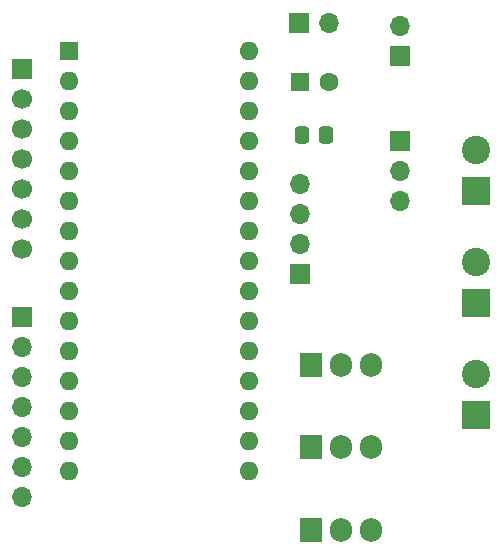
<source format=gbr>
%TF.GenerationSoftware,KiCad,Pcbnew,9.0.1*%
%TF.CreationDate,2025-04-18T16:01:06+02:00*%
%TF.ProjectId,K-Pillar,4b2d5069-6c6c-4617-922e-6b696361645f,rev?*%
%TF.SameCoordinates,Original*%
%TF.FileFunction,Soldermask,Top*%
%TF.FilePolarity,Negative*%
%FSLAX46Y46*%
G04 Gerber Fmt 4.6, Leading zero omitted, Abs format (unit mm)*
G04 Created by KiCad (PCBNEW 9.0.1) date 2025-04-18 16:01:06*
%MOMM*%
%LPD*%
G01*
G04 APERTURE LIST*
G04 Aperture macros list*
%AMRoundRect*
0 Rectangle with rounded corners*
0 $1 Rounding radius*
0 $2 $3 $4 $5 $6 $7 $8 $9 X,Y pos of 4 corners*
0 Add a 4 corners polygon primitive as box body*
4,1,4,$2,$3,$4,$5,$6,$7,$8,$9,$2,$3,0*
0 Add four circle primitives for the rounded corners*
1,1,$1+$1,$2,$3*
1,1,$1+$1,$4,$5*
1,1,$1+$1,$6,$7*
1,1,$1+$1,$8,$9*
0 Add four rect primitives between the rounded corners*
20,1,$1+$1,$2,$3,$4,$5,0*
20,1,$1+$1,$4,$5,$6,$7,0*
20,1,$1+$1,$6,$7,$8,$9,0*
20,1,$1+$1,$8,$9,$2,$3,0*%
G04 Aperture macros list end*
%ADD10O,1.905000X2.000000*%
%ADD11R,1.905000X2.000000*%
%ADD12R,1.700000X1.700000*%
%ADD13O,1.700000X1.700000*%
%ADD14C,1.700000*%
%ADD15RoundRect,0.250000X0.337500X0.475000X-0.337500X0.475000X-0.337500X-0.475000X0.337500X-0.475000X0*%
%ADD16R,2.400000X2.400000*%
%ADD17C,2.400000*%
%ADD18R,1.600000X1.600000*%
%ADD19O,1.600000X1.600000*%
%ADD20C,1.600000*%
G04 APERTURE END LIST*
D10*
%TO.C,Q1*%
X57040000Y-66445000D03*
X54500000Y-66445000D03*
D11*
X51960000Y-66445000D03*
%TD*%
D12*
%TO.C,J1*%
X51000000Y-44800000D03*
D13*
X51000000Y-42260000D03*
X51000000Y-39720000D03*
X51000000Y-37180000D03*
%TD*%
D12*
%TO.C,J4*%
X27500000Y-27380000D03*
D14*
X27500000Y-29920000D03*
X27500000Y-32460000D03*
X27500000Y-35000000D03*
X27500000Y-37540000D03*
X27500000Y-40080000D03*
X27500000Y-42620000D03*
%TD*%
D12*
%TO.C,J2*%
X27500000Y-48420000D03*
D13*
X27500000Y-50960000D03*
X27500000Y-53500000D03*
X27500000Y-56040000D03*
X27500000Y-58580000D03*
X27500000Y-61120000D03*
X27500000Y-63660000D03*
%TD*%
D15*
%TO.C,C1*%
X53277500Y-33040000D03*
X51202500Y-33040000D03*
%TD*%
D12*
%TO.C,12V1*%
X59500000Y-26275000D03*
D13*
X59500000Y-23735000D03*
%TD*%
D16*
%TO.C,M1*%
X65900000Y-56750000D03*
D17*
X65900000Y-53250000D03*
%TD*%
D16*
%TO.C,M3*%
X65900000Y-37750000D03*
D17*
X65900000Y-34250000D03*
%TD*%
D11*
%TO.C,Q2*%
X51960000Y-59445000D03*
D10*
X54500000Y-59445000D03*
X57040000Y-59445000D03*
%TD*%
D18*
%TO.C,A1*%
X31500000Y-25920000D03*
D19*
X31500000Y-28460000D03*
X31500000Y-31000000D03*
X31500000Y-33540000D03*
X31500000Y-36080000D03*
X31500000Y-38620000D03*
X31500000Y-41160000D03*
X31500000Y-43700000D03*
X31500000Y-46240000D03*
X31500000Y-48780000D03*
X31500000Y-51320000D03*
X31500000Y-53860000D03*
X31500000Y-56400000D03*
X31500000Y-58940000D03*
X31500000Y-61480000D03*
X46740000Y-61480000D03*
X46740000Y-58940000D03*
X46740000Y-56400000D03*
X46740000Y-53860000D03*
X46740000Y-51320000D03*
X46740000Y-48780000D03*
X46740000Y-46240000D03*
X46740000Y-43700000D03*
X46740000Y-41160000D03*
X46740000Y-38620000D03*
X46740000Y-36080000D03*
X46740000Y-33540000D03*
X46740000Y-31000000D03*
X46740000Y-28460000D03*
X46740000Y-25920000D03*
%TD*%
D16*
%TO.C,M2*%
X65900000Y-47250000D03*
D17*
X65900000Y-43750000D03*
%TD*%
D12*
%TO.C,5V1*%
X50965000Y-23540000D03*
D13*
X53505000Y-23540000D03*
%TD*%
D11*
%TO.C,Q3*%
X51960000Y-52445000D03*
D10*
X54500000Y-52445000D03*
X57040000Y-52445000D03*
%TD*%
D12*
%TO.C,J3*%
X59500000Y-33475000D03*
D13*
X59500000Y-36015000D03*
X59500000Y-38555000D03*
%TD*%
D18*
%TO.C,C2*%
X51034888Y-28540000D03*
D20*
X53534888Y-28540000D03*
%TD*%
M02*

</source>
